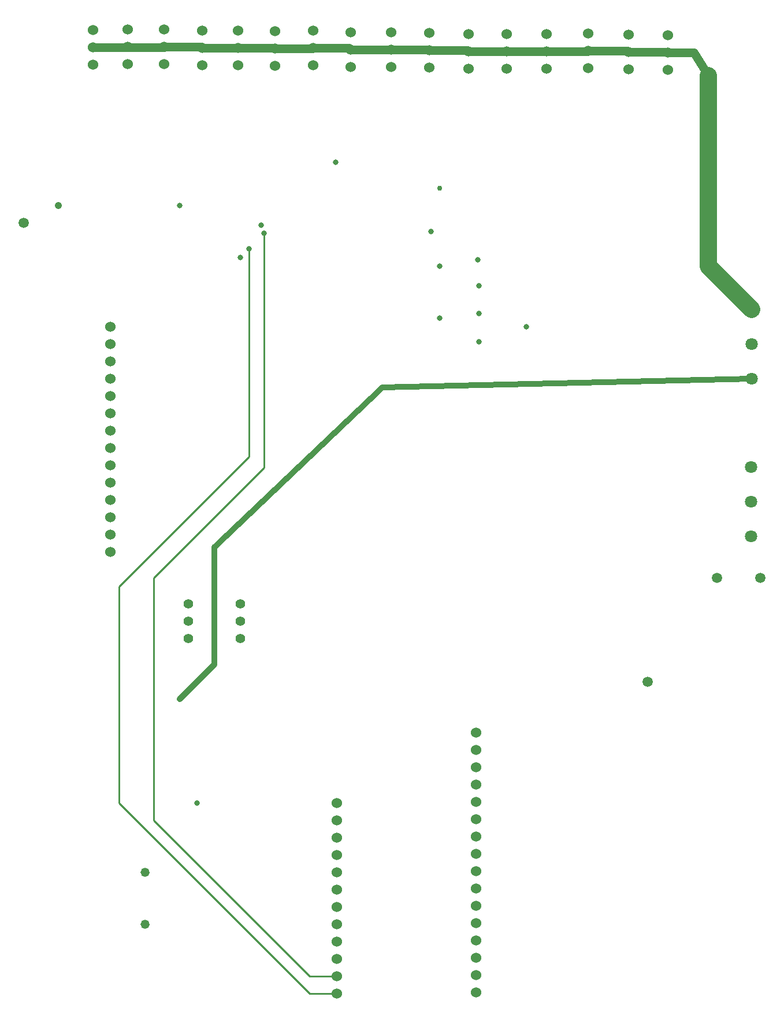
<source format=gbr>
G04 EAGLE Gerber RS-274X export*
G75*
%MOMM*%
%FSLAX34Y34*%
%LPD*%
%INCopper Layer 15*%
%IPPOS*%
%AMOC8*
5,1,8,0,0,1.08239X$1,22.5*%
G01*
G04 Define Apertures*
%ADD10C,1.524000*%
%ADD11C,1.320800*%
%ADD12C,1.800000*%
%ADD13C,1.408000*%
%ADD14C,0.806400*%
%ADD15C,1.056400*%
%ADD16C,0.756400*%
%ADD17C,1.500000*%
%ADD18C,0.812800*%
%ADD19C,0.254000*%
%ADD20C,1.270000*%
%ADD21C,2.540000*%
D10*
X76200Y917945D03*
X76200Y943345D03*
X76200Y968745D03*
X568960Y913640D03*
X568960Y939040D03*
X568960Y964440D03*
X626110Y911860D03*
X626110Y937260D03*
X626110Y962660D03*
X681990Y911860D03*
X681990Y937260D03*
X681990Y962660D03*
X740410Y911860D03*
X740410Y937260D03*
X740410Y962660D03*
X801370Y912370D03*
X801370Y937770D03*
X801370Y963170D03*
X861060Y910590D03*
X861060Y935990D03*
X861060Y961390D03*
X918573Y910219D03*
X918573Y935619D03*
X918573Y961019D03*
X101600Y533400D03*
X101600Y508000D03*
X101600Y482600D03*
X101600Y457200D03*
X101600Y431800D03*
X101600Y406400D03*
X101600Y381000D03*
X101600Y355600D03*
X101600Y330200D03*
X101600Y304800D03*
X101600Y279400D03*
X101600Y254000D03*
X101600Y228600D03*
X101600Y203200D03*
X433070Y-165100D03*
X433070Y-190500D03*
X433070Y-215900D03*
X433070Y-241300D03*
X433070Y-266700D03*
X433070Y-292100D03*
X433070Y-317500D03*
X433070Y-342900D03*
X433070Y-368300D03*
X433070Y-393700D03*
X433070Y-419100D03*
X433070Y-444500D03*
X637540Y-62230D03*
X637540Y-87630D03*
X637540Y-113030D03*
X637540Y-138430D03*
X637540Y-163830D03*
X637540Y-189230D03*
X637540Y-214630D03*
X637540Y-240030D03*
X637540Y-265430D03*
X637540Y-290830D03*
X637540Y-316230D03*
X637540Y-341630D03*
X637540Y-367030D03*
X637540Y-392430D03*
X637540Y-417830D03*
X637540Y-443230D03*
X127000Y918210D03*
X127000Y943610D03*
X127000Y969010D03*
X180340Y918210D03*
X180340Y943610D03*
X180340Y969010D03*
X236220Y916940D03*
X236220Y942340D03*
X236220Y967740D03*
X288290Y916940D03*
X288290Y942340D03*
X288290Y967740D03*
X342900Y915670D03*
X342900Y941070D03*
X342900Y966470D03*
X399034Y916940D03*
X399034Y942340D03*
X399034Y967740D03*
X453390Y914400D03*
X453390Y939800D03*
X453390Y965200D03*
X513080Y914400D03*
X513080Y939800D03*
X513080Y965200D03*
D11*
X152400Y-266700D03*
X152400Y-342900D03*
D12*
X1041400Y558800D03*
X1041400Y508000D03*
X1041400Y457200D03*
X1040130Y327660D03*
X1040130Y276860D03*
X1040130Y226060D03*
D13*
X215900Y127000D03*
X215900Y101600D03*
X215900Y76200D03*
X292100Y76200D03*
X292100Y101600D03*
X292100Y127000D03*
D14*
X203200Y711200D03*
X322580Y681990D03*
X584200Y546100D03*
X584200Y622300D03*
X228600Y-165100D03*
X431800Y774700D03*
D15*
X25400Y711200D03*
D16*
X584200Y736600D03*
D17*
X1054100Y165100D03*
X990600Y165100D03*
D14*
X711200Y533400D03*
X203200Y-12700D03*
D18*
X500459Y444500D02*
X1041400Y457200D01*
X500459Y444500D02*
X254000Y209471D01*
X254000Y38100D01*
X203200Y-12700D01*
D14*
X326390Y670560D03*
D19*
X165100Y165100D02*
X165100Y-190500D01*
X165100Y165100D02*
X326390Y326390D01*
X326390Y670560D01*
X165100Y-190500D02*
X393700Y-419100D01*
X433070Y-419100D01*
D14*
X304800Y647700D03*
D19*
X393700Y-444500D02*
X433070Y-444500D01*
X393700Y-444500D02*
X114300Y-165100D01*
X114300Y152400D01*
X304800Y342900D01*
X304800Y647700D01*
D14*
X641350Y511080D03*
X641350Y552450D03*
X641350Y593090D03*
X640080Y631190D03*
X571500Y673100D03*
X292100Y635000D03*
D20*
X126735Y943345D02*
X127000Y943610D01*
X126735Y943345D02*
X76200Y943345D01*
X180075Y943345D02*
X180340Y943610D01*
X234950Y943610D01*
X236220Y942340D01*
X288290Y942340D01*
X341630Y942340D01*
X342900Y941070D01*
X397764Y941070D01*
X399034Y942340D01*
X450850Y942340D01*
X453390Y939800D01*
X513080Y939800D01*
X568200Y939800D01*
X568960Y939040D01*
X624330Y939040D01*
X626110Y937260D01*
X681990Y937260D01*
X740410Y937260D01*
X800860Y937260D01*
X801370Y937770D01*
X859280Y937770D01*
X861060Y935990D01*
X918202Y935990D01*
X180075Y943345D02*
X127265Y943345D01*
X127000Y943610D01*
D17*
X-25400Y685800D03*
X889000Y12700D03*
D20*
X918573Y935619D02*
X918202Y935990D01*
X918573Y935619D02*
X956681Y935619D01*
X977900Y901700D01*
D21*
X977900Y622300D01*
X1041400Y558800D01*
M02*

</source>
